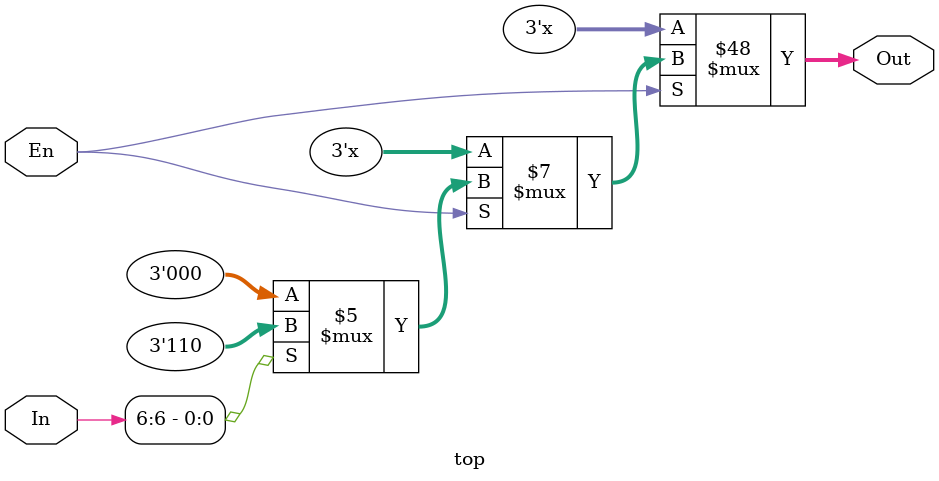
<source format=v>

module top(In,Out,En);
input [7:0]In;
output [2:0]Out;
input En;

reg [2:0]Out;
reg [2:0]i;

always @( En or In )
	if(En)
		for(i=0;i<7;i=i+1)
			if ( In[i] ) 
				Out=i;
	else 
		Out=2'b00;

endmodule
</source>
